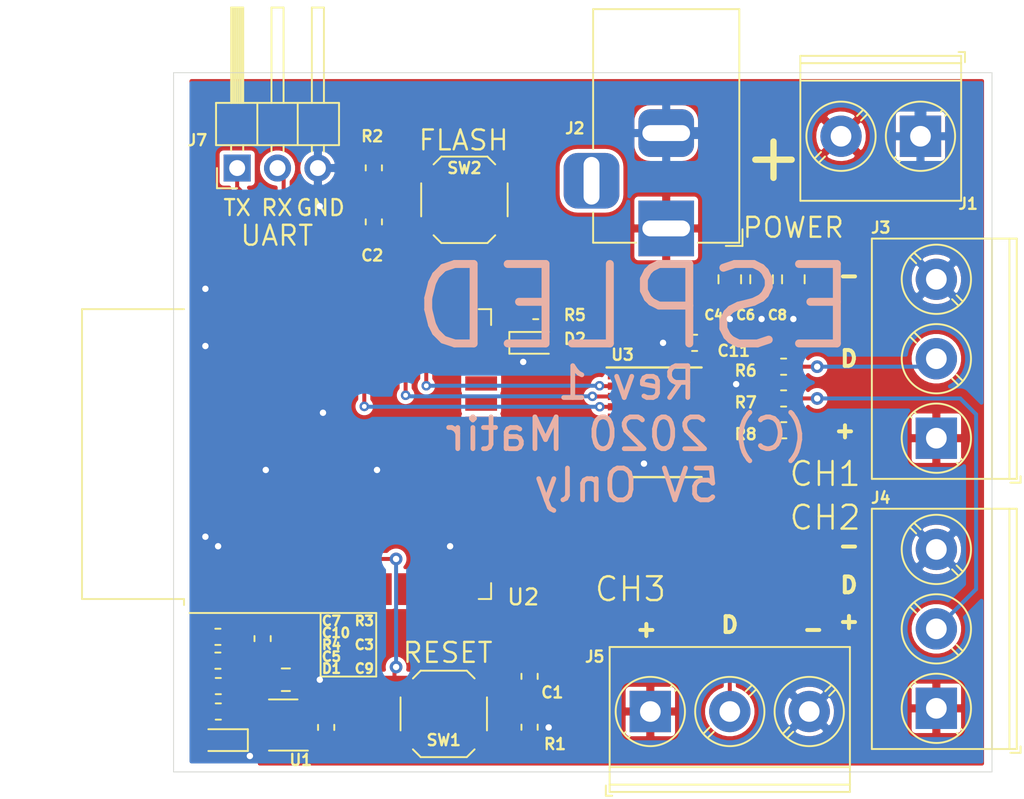
<source format=kicad_pcb>
(kicad_pcb (version 20171130) (host pcbnew 5.1.5+dfsg1-2+b1)
  (layers (0 F.Cu signal) (31 B.Cu signal) (34 B.Paste user) (35 F.Paste user) (36 B.SilkS user) (37 F.SilkS user) (38 B.Mask user) (39 F.Mask user) (44 Edge.Cuts user))
  (net 0 "")
  (net 1 /EN)
  (net 2 GND)
  (net 3 /BOOTMODE)
  (net 4 +3V3)
  (net 5 VCC)
  (net 6 "Net-(D1-Pad2)")
  (net 7 "Net-(D2-Pad2)")
  (net 8 "Net-(J2-Pad3)")
  (net 9 "Net-(J3-Pad2)")
  (net 10 "Net-(J4-Pad2)")
  (net 11 "Net-(J5-Pad2)")
  (net 12 /TXD)
  (net 13 /RXD)
  (net 14 "Net-(R1-Pad2)")
  (net 15 "Net-(R2-Pad2)")
  (net 16 "Net-(R5-Pad1)")
  (net 17 /CH1)
  (net 18 /CH2)
  (net 19 /CH3)
  (net 20 "Net-(U1-Pad4)")
  (net 21 "Net-(U2-Pad4)")
  (net 22 "Net-(U2-Pad5)")
  (net 23 "Net-(U2-Pad6)")
  (net 24 "Net-(U2-Pad7)")
  (net 25 "Net-(U2-Pad8)")
  (net 26 "Net-(U2-Pad9)")
  (net 27 "Net-(U2-Pad10)")
  (net 28 "Net-(U2-Pad11)")
  (net 29 "Net-(U2-Pad12)")
  (net 30 "Net-(U2-Pad13)")
  (net 31 "Net-(U2-Pad14)")
  (net 32 "Net-(U2-Pad16)")
  (net 33 "Net-(U2-Pad17)")
  (net 34 "Net-(U2-Pad18)")
  (net 35 "Net-(U2-Pad19)")
  (net 36 "Net-(U2-Pad20)")
  (net 37 "Net-(U2-Pad21)")
  (net 38 "Net-(U2-Pad22)")
  (net 39 "Net-(U2-Pad23)")
  (net 40 "Net-(U2-Pad26)")
  (net 41 /IO16)
  (net 42 /IO17)
  (net 43 "Net-(U2-Pad29)")
  (net 44 /IO18)
  (net 45 "Net-(U2-Pad32)")
  (net 46 "Net-(U2-Pad33)")
  (net 47 "Net-(U2-Pad36)")
  (net 48 "Net-(U2-Pad37)")
  (net 49 "Net-(U3-Pad11)")
  (net 50 "Net-(U3-Pad12)")
  (net 51 "Net-(U3-Pad13)")
  (net 52 "Net-(U3-Pad14)")
  (net 53 "Net-(U2-Pad31)")
  (net 54 "Net-(U3-Pad15)")
  (module TerminalBlock_Phoenix:TerminalBlock_Phoenix_PT-1,5-3-5.0-H_1x03_P5.00mm_Horizontal (layer F.Cu) (at 81 90.2)
    (fp_text reference J5 (at -3.5 -3.45) (layer F.SilkS) (effects (font (size 0.7 0.7))))
    (fp_text value Screw_Terminal_01x03)
    (pad 3 thru_hole circle (at 10 0) (size 2.6 2.6) (drill 1.3) (layers *.Cu *.Mask) (net 2 GND))
    (pad 2 thru_hole circle (at 5 0) (size 2.6 2.6) (drill 1.3) (layers *.Cu *.Mask) (net 11 "Net-(J5-Pad2)"))
    (pad 1 thru_hole rect (at 0 0) (size 2.6 2.6) (drill 1.3) (layers *.Cu *.Mask) (net 5 VCC))
  )
  (module Capacitor_SMD:C_0603_1608Metric (layer F.Cu) (at 73.4 87.9875 270)
    (fp_text reference C1 (at 1.0125 -1.43 180) (layer F.SilkS) (effects (font (size 0.7 0.7))))
    (fp_text value 0.1u)
    (pad 1 smd roundrect (at -0.7875 0 270) (size 0.875 0.95) (layers F.Cu F.Paste F.Mask) (net 1 /EN))
    (pad 2 smd roundrect (at 0.7875 0 270) (size 0.875 0.95) (layers F.Cu F.Paste F.Mask) (net 2 GND))
  )
  (module Capacitor_SMD:C_0603_1608Metric (layer F.Cu) (at 63.6 59.3875 90)
    (fp_text reference C2 (at -2.1125 -0.1 180) (layer F.SilkS) (effects (font (size 0.7 0.7))))
    (fp_text value 0.1u)
    (pad 2 smd roundrect (at 0.7875 0 90) (size 0.875 0.95) (layers F.Cu F.Paste F.Mask) (net 2 GND))
    (pad 1 smd roundrect (at -0.7875 0 90) (size 0.875 0.95) (layers F.Cu F.Paste F.Mask) (net 3 /BOOTMODE))
  )
  (module Capacitor_SMD:C_0805_2012Metric (layer F.Cu) (at 58.0625 88.2)
    (fp_text reference C3 (at 4.9375 -2.2) (layer F.SilkS) (effects (font (size 0.6 0.6))))
    (fp_text value 10u)
    (pad 2 smd roundrect (at 0.9375 0) (size 0.975 1.4) (layers F.Cu F.Paste F.Mask) (net 2 GND))
    (pad 1 smd roundrect (at -0.9375 0) (size 0.975 1.4) (layers F.Cu F.Paste F.Mask) (net 4 +3V3))
  )
  (module Capacitor_SMD:C_0805_2012Metric (layer F.Cu) (at 86 63 270)
    (fp_text reference C4 (at 2.25 1 180) (layer F.SilkS) (effects (font (size 0.6 0.6))))
    (fp_text value 10u)
    (pad 2 smd roundrect (at 0.9375 0 270) (size 0.975 1.4) (layers F.Cu F.Paste F.Mask) (net 2 GND))
    (pad 1 smd roundrect (at -0.9375 0 270) (size 0.975 1.4) (layers F.Cu F.Paste F.Mask) (net 5 VCC))
  )
  (module Capacitor_SMD:C_0603_1608Metric (layer F.Cu) (at 53.8125 88.6 180)
    (fp_text reference C5 (at -6.4375 1.85) (layer F.SilkS) (effects (font (size 0.6 0.6)) (justify left)))
    (fp_text value 1u)
    (pad 2 smd roundrect (at 0.7875 0 180) (size 0.875 0.95) (layers F.Cu F.Paste F.Mask) (net 2 GND))
    (pad 1 smd roundrect (at -0.7875 0 180) (size 0.875 0.95) (layers F.Cu F.Paste F.Mask) (net 4 +3V3))
  )
  (module Capacitor_SMD:C_0805_2012Metric (layer F.Cu) (at 88 63 270)
    (fp_text reference C6 (at 2.25 1 180) (layer F.SilkS) (effects (font (size 0.6 0.6))))
    (fp_text value 10u)
    (pad 1 smd roundrect (at -0.9375 0 270) (size 0.975 1.4) (layers F.Cu F.Paste F.Mask) (net 5 VCC))
    (pad 2 smd roundrect (at 0.9375 0 270) (size 0.975 1.4) (layers F.Cu F.Paste F.Mask) (net 2 GND))
  )
  (module Capacitor_SMD:C_0603_1608Metric (layer F.Cu) (at 53.7875 85.5 180)
    (fp_text reference C7 (at -6.4625 1) (layer F.SilkS) (effects (font (size 0.6 0.6)) (justify left)))
    (fp_text value 0.1u)
    (pad 1 smd roundrect (at -0.7875 0 180) (size 0.875 0.95) (layers F.Cu F.Paste F.Mask) (net 4 +3V3))
    (pad 2 smd roundrect (at 0.7875 0 180) (size 0.875 0.95) (layers F.Cu F.Paste F.Mask) (net 2 GND))
  )
  (module Capacitor_SMD:C_0805_2012Metric (layer F.Cu) (at 90 63 270)
    (fp_text reference C8 (at 2.25 1 180) (layer F.SilkS) (effects (font (size 0.6 0.6))))
    (fp_text value 10u)
    (pad 1 smd roundrect (at -0.9375 0 270) (size 0.975 1.4) (layers F.Cu F.Paste F.Mask) (net 5 VCC))
    (pad 2 smd roundrect (at 0.9375 0 270) (size 0.975 1.4) (layers F.Cu F.Paste F.Mask) (net 2 GND))
  )
  (module Capacitor_SMD:C_0603_1608Metric (layer F.Cu) (at 60.6 91.2 90)
    (fp_text reference C9 (at 3.7 2.4 180) (layer F.SilkS) (effects (font (size 0.6 0.6))))
    (fp_text value 1u)
    (pad 1 smd roundrect (at -0.7875 0 90) (size 0.875 0.95) (layers F.Cu F.Paste F.Mask) (net 5 VCC))
    (pad 2 smd roundrect (at 0.7875 0 90) (size 0.875 0.95) (layers F.Cu F.Paste F.Mask) (net 2 GND))
  )
  (module Capacitor_SMD:C_0603_1608Metric (layer F.Cu) (at 53.7875 87 180)
    (fp_text reference C10 (at -6.4625 1.75) (layer F.SilkS) (effects (font (size 0.6 0.6)) (justify left)))
    (fp_text value 1u)
    (pad 2 smd roundrect (at 0.7875 0 180) (size 0.875 0.95) (layers F.Cu F.Paste F.Mask) (net 2 GND))
    (pad 1 smd roundrect (at -0.7875 0 180) (size 0.875 0.95) (layers F.Cu F.Paste F.Mask) (net 4 +3V3))
  )
  (module Capacitor_SMD:C_0603_1608Metric (layer F.Cu) (at 83.7875 67 180)
    (fp_text reference C11 (at -2.4625 -0.5) (layer F.SilkS) (effects (font (size 0.7 0.7))))
    (fp_text value 0.1u)
    (pad 1 smd roundrect (at -0.7875 0 180) (size 0.875 0.95) (layers F.Cu F.Paste F.Mask) (net 5 VCC))
    (pad 2 smd roundrect (at 0.7875 0 180) (size 0.875 0.95) (layers F.Cu F.Paste F.Mask) (net 2 GND))
  )
  (module LED_SMD:LED_0603_1608Metric_Castellated (layer F.Cu) (at 53.9875 92 180)
    (fp_text reference D1 (at -6.2625 4.5) (layer F.SilkS) (effects (font (size 0.6 0.6)) (justify left)))
    (fp_text value LED)
    (pad 2 smd roundrect (at 0.8125 0 180) (size 1.225 0.85) (layers F.Cu F.Paste F.Mask) (net 6 "Net-(D1-Pad2)"))
    (pad 1 smd roundrect (at -0.8125 0 180) (size 1.225 0.85) (layers F.Cu F.Paste F.Mask) (net 2 GND))
  )
  (module LED_SMD:LED_0603_1608Metric_Castellated (layer F.Cu) (at 73.8125 67)
    (fp_text reference D2 (at 2.4375 -0.25) (layer F.SilkS) (effects (font (size 0.7 0.7))))
    (fp_text value LED)
    (pad 1 smd roundrect (at -0.8125 0) (size 1.225 0.85) (layers F.Cu F.Paste F.Mask) (net 2 GND))
    (pad 2 smd roundrect (at 0.8125 0) (size 1.225 0.85) (layers F.Cu F.Paste F.Mask) (net 7 "Net-(D2-Pad2)"))
  )
  (module TerminalBlock_Phoenix:TerminalBlock_Phoenix_PT-1,5-2-5.0-H_1x02_P5.00mm_Horizontal (layer F.Cu) (at 98 54 180)
    (fp_text reference J1 (at -3 -4.25) (layer F.SilkS) (effects (font (size 0.7 0.7))))
    (fp_text value Screw_Terminal_01x02)
    (pad 1 thru_hole rect (at 0 0 180) (size 2.6 2.6) (drill 1.3) (layers *.Cu *.Mask) (net 2 GND))
    (pad 2 thru_hole circle (at 5 0 180) (size 2.6 2.6) (drill 1.3) (layers *.Cu *.Mask) (net 5 VCC))
  )
  (module Connector_BarrelJack:BarrelJack_Horizontal (layer F.Cu) (at 82 59.8 270)
    (fp_text reference J2 (at -6.3 5.75 180) (layer F.SilkS) (effects (font (size 0.7 0.7))))
    (fp_text value Barrel_Jack_Switch)
    (pad 1 thru_hole rect (at 0 0 270) (size 3.5 3.5) (drill oval 1 3) (layers *.Cu *.Mask) (net 5 VCC))
    (pad 2 thru_hole roundrect (at -6 0 270) (size 3 3.5) (drill oval 1 3) (layers *.Cu *.Mask) (net 2 GND))
    (pad 3 thru_hole roundrect (at -3 4.7 270) (size 3.5 3.5) (drill oval 3 1) (layers *.Cu *.Mask) (net 8 "Net-(J2-Pad3)"))
  )
  (module TerminalBlock_Phoenix:TerminalBlock_Phoenix_PT-1,5-3-5.0-H_1x03_P5.00mm_Horizontal (layer F.Cu) (at 99 73 90)
    (fp_text reference J3 (at 13.25 -3.5 180) (layer F.SilkS) (effects (font (size 0.7 0.7))))
    (fp_text value Screw_Terminal_01x03)
    (pad 3 thru_hole circle (at 10 0 90) (size 2.6 2.6) (drill 1.3) (layers *.Cu *.Mask) (net 2 GND))
    (pad 2 thru_hole circle (at 5 0 90) (size 2.6 2.6) (drill 1.3) (layers *.Cu *.Mask) (net 9 "Net-(J3-Pad2)"))
    (pad 1 thru_hole rect (at 0 0 90) (size 2.6 2.6) (drill 1.3) (layers *.Cu *.Mask) (net 5 VCC))
  )
  (module TerminalBlock_Phoenix:TerminalBlock_Phoenix_PT-1,5-3-5.0-H_1x03_P5.00mm_Horizontal (layer F.Cu) (at 99 90 90)
    (fp_text reference J4 (at 13.25 -3.5 180) (layer F.SilkS) (effects (font (size 0.7 0.7))))
    (fp_text value Screw_Terminal_01x03)
    (pad 1 thru_hole rect (at 0 0 90) (size 2.6 2.6) (drill 1.3) (layers *.Cu *.Mask) (net 5 VCC))
    (pad 2 thru_hole circle (at 5 0 90) (size 2.6 2.6) (drill 1.3) (layers *.Cu *.Mask) (net 10 "Net-(J4-Pad2)"))
    (pad 3 thru_hole circle (at 10 0 90) (size 2.6 2.6) (drill 1.3) (layers *.Cu *.Mask) (net 2 GND))
  )
  (module Connector_PinHeader_2.54mm:PinHeader_1x03_P2.54mm_Horizontal (layer F.Cu) (at 55 56 90)
    (fp_text reference J7 (at 1.75 -2.5 180) (layer F.SilkS) (effects (font (size 0.7 0.7))))
    (fp_text value Conn_01x03)
    (pad 1 thru_hole rect (at 0 0 90) (size 1.7 1.7) (drill 1) (layers *.Cu *.Mask) (net 12 /TXD))
    (pad 2 thru_hole oval (at 0 2.54 90) (size 1.7 1.7) (drill 1) (layers *.Cu *.Mask) (net 13 /RXD))
    (pad 3 thru_hole oval (at 0 5.08 90) (size 1.7 1.7) (drill 1) (layers *.Cu *.Mask) (net 2 GND))
  )
  (module Resistor_SMD:R_0603_1608Metric (layer F.Cu) (at 73.4 91.1875 270)
    (fp_text reference R1 (at 1.0625 -1.6 180) (layer F.SilkS) (effects (font (size 0.7 0.7))))
    (fp_text value 1k)
    (pad 2 smd roundrect (at 0.7875 0 270) (size 0.875 0.95) (layers F.Cu F.Paste F.Mask) (net 14 "Net-(R1-Pad2)"))
    (pad 1 smd roundrect (at -0.7875 0 270) (size 0.875 0.95) (layers F.Cu F.Paste F.Mask) (net 2 GND))
  )
  (module Resistor_SMD:R_0603_1608Metric (layer F.Cu) (at 63.6 55.9875 90)
    (fp_text reference R2 (at 1.9875 -0.1 180) (layer F.SilkS) (effects (font (size 0.7 0.7))))
    (fp_text value 1k)
    (pad 1 smd roundrect (at -0.7875 0 90) (size 0.875 0.95) (layers F.Cu F.Paste F.Mask) (net 2 GND))
    (pad 2 smd roundrect (at 0.7875 0 90) (size 0.875 0.95) (layers F.Cu F.Paste F.Mask) (net 15 "Net-(R2-Pad2)"))
  )
  (module Resistor_SMD:R_0603_1608Metric (layer F.Cu) (at 56.6 85.6125 270)
    (fp_text reference R3 (at -1.1125 -6.4 180) (layer F.SilkS) (effects (font (size 0.6 0.6))))
    (fp_text value 10k)
    (pad 1 smd roundrect (at -0.7875 0 270) (size 0.875 0.95) (layers F.Cu F.Paste F.Mask) (net 1 /EN))
    (pad 2 smd roundrect (at 0.7875 0 270) (size 0.875 0.95) (layers F.Cu F.Paste F.Mask) (net 4 +3V3))
  )
  (module Resistor_SMD:R_0603_1608Metric (layer F.Cu) (at 53.8125 90.2)
    (fp_text reference R4 (at 6.4375 -4.2) (layer F.SilkS) (effects (font (size 0.6 0.6)) (justify left)))
    (fp_text value 1k)
    (pad 2 smd roundrect (at 0.7875 0) (size 0.875 0.95) (layers F.Cu F.Paste F.Mask) (net 4 +3V3))
    (pad 1 smd roundrect (at -0.7875 0) (size 0.875 0.95) (layers F.Cu F.Paste F.Mask) (net 6 "Net-(D1-Pad2)"))
  )
  (module Resistor_SMD:R_0603_1608Metric (layer F.Cu) (at 73.7875 65)
    (fp_text reference R5 (at 2.4625 0.25) (layer F.SilkS) (effects (font (size 0.7 0.7))))
    (fp_text value 1k)
    (pad 1 smd roundrect (at -0.7875 0) (size 0.875 0.95) (layers F.Cu F.Paste F.Mask) (net 16 "Net-(R5-Pad1)"))
    (pad 2 smd roundrect (at 0.7875 0) (size 0.875 0.95) (layers F.Cu F.Paste F.Mask) (net 7 "Net-(D2-Pad2)"))
  )
  (module Resistor_SMD:R_0603_1608Metric (layer F.Cu) (at 89.3875 68.5 180)
    (fp_text reference R6 (at 2.3875 -0.25) (layer F.SilkS) (effects (font (size 0.7 0.7))))
    (fp_text value 330)
    (pad 1 smd roundrect (at -0.7875 0 180) (size 0.875 0.95) (layers F.Cu F.Paste F.Mask) (net 9 "Net-(J3-Pad2)"))
    (pad 2 smd roundrect (at 0.7875 0 180) (size 0.875 0.95) (layers F.Cu F.Paste F.Mask) (net 17 /CH1))
  )
  (module Resistor_SMD:R_0603_1608Metric (layer F.Cu) (at 89.3875 70.5 180)
    (fp_text reference R7 (at 2.3875 -0.25) (layer F.SilkS) (effects (font (size 0.7 0.7))))
    (fp_text value 330)
    (pad 2 smd roundrect (at 0.7875 0 180) (size 0.875 0.95) (layers F.Cu F.Paste F.Mask) (net 18 /CH2))
    (pad 1 smd roundrect (at -0.7875 0 180) (size 0.875 0.95) (layers F.Cu F.Paste F.Mask) (net 10 "Net-(J4-Pad2)"))
  )
  (module Resistor_SMD:R_0603_1608Metric (layer F.Cu) (at 89.4 72.5 180)
    (fp_text reference R8 (at 2.4 -0.25) (layer F.SilkS) (effects (font (size 0.7 0.7))))
    (fp_text value 330)
    (pad 1 smd roundrect (at -0.7875 0 180) (size 0.875 0.95) (layers F.Cu F.Paste F.Mask) (net 11 "Net-(J5-Pad2)"))
    (pad 2 smd roundrect (at 0.7875 0 180) (size 0.875 0.95) (layers F.Cu F.Paste F.Mask) (net 19 /CH3))
  )
  (module Button_Switch_SMD:SW_SPST_SKQG_WithStem (layer F.Cu) (at 68 90.35 180)
    (fp_text reference SW1 (at 0 -1.65) (layer F.SilkS) (effects (font (size 0.7 0.7))))
    (fp_text value SW_Push)
    (pad 2 smd rect (at 3.1 1.85 180) (size 1.8 1.1) (layers F.Cu F.Paste F.Mask) (net 1 /EN))
    (pad 2 smd rect (at -3.1 1.85 180) (size 1.8 1.1) (layers F.Cu F.Paste F.Mask) (net 1 /EN))
    (pad 1 smd rect (at 3.1 -1.85 180) (size 1.8 1.1) (layers F.Cu F.Paste F.Mask) (net 14 "Net-(R1-Pad2)"))
    (pad 1 smd rect (at -3.1 -1.85 180) (size 1.8 1.1) (layers F.Cu F.Paste F.Mask) (net 14 "Net-(R1-Pad2)"))
  )
  (module Button_Switch_SMD:SW_SPST_SKQG_WithStem (layer F.Cu) (at 69.3 58)
    (fp_text reference SW2 (at 0 -2) (layer F.SilkS) (effects (font (size 0.7 0.7))))
    (fp_text value SW_Push)
    (pad 1 smd rect (at -3.1 -1.85) (size 1.8 1.1) (layers F.Cu F.Paste F.Mask) (net 15 "Net-(R2-Pad2)"))
    (pad 1 smd rect (at 3.1 -1.85) (size 1.8 1.1) (layers F.Cu F.Paste F.Mask) (net 15 "Net-(R2-Pad2)"))
    (pad 2 smd rect (at -3.1 1.85) (size 1.8 1.1) (layers F.Cu F.Paste F.Mask) (net 3 /BOOTMODE))
    (pad 2 smd rect (at 3.1 1.85) (size 1.8 1.1) (layers F.Cu F.Paste F.Mask) (net 3 /BOOTMODE))
  )
  (module Package_TO_SOT_SMD:SOT-23-5 (layer F.Cu) (at 57.9 91.05 180)
    (fp_text reference U1 (at -1.1 -2.2) (layer F.SilkS) (effects (font (size 0.7 0.7))))
    (fp_text value AP2112K-3.3)
    (pad 1 smd rect (at -1.1 -0.95 180) (size 1.06 0.65) (layers F.Cu F.Paste F.Mask) (net 5 VCC))
    (pad 2 smd rect (at -1.1 0 180) (size 1.06 0.65) (layers F.Cu F.Paste F.Mask) (net 2 GND))
    (pad 3 smd rect (at -1.1 0.95 180) (size 1.06 0.65) (layers F.Cu F.Paste F.Mask) (net 5 VCC))
    (pad 4 smd rect (at 1.1 0.95 180) (size 1.06 0.65) (layers F.Cu F.Paste F.Mask) (net 20 "Net-(U1-Pad4)"))
    (pad 5 smd rect (at 1.1 -0.95 180) (size 1.06 0.65) (layers F.Cu F.Paste F.Mask) (net 4 +3V3))
  )
  (module RF_Module:ESP32-WROOM-32 (layer F.Cu) (at 61.1 74 90)
    (fp_text reference U2 (at -9 11.9) (layer F.SilkS))
    (fp_text value ESP32-WROOM-32)
    (pad 39 smd rect (at -1 -0.755 90) (size 5 5) (layers F.Cu F.Paste F.Mask) (net 2 GND))
    (pad 1 smd rect (at -8.5 -8.255 90) (size 2 0.9) (layers F.Cu F.Paste F.Mask) (net 2 GND))
    (pad 2 smd rect (at -8.5 -6.985 90) (size 2 0.9) (layers F.Cu F.Paste F.Mask) (net 4 +3V3))
    (pad 3 smd rect (at -8.5 -5.715 90) (size 2 0.9) (layers F.Cu F.Paste F.Mask) (net 1 /EN))
    (pad 4 smd rect (at -8.5 -4.445 90) (size 2 0.9) (layers F.Cu F.Paste F.Mask) (net 21 "Net-(U2-Pad4)"))
    (pad 5 smd rect (at -8.5 -3.175 90) (size 2 0.9) (layers F.Cu F.Paste F.Mask) (net 22 "Net-(U2-Pad5)"))
    (pad 6 smd rect (at -8.5 -1.905 90) (size 2 0.9) (layers F.Cu F.Paste F.Mask) (net 23 "Net-(U2-Pad6)"))
    (pad 7 smd rect (at -8.5 -0.635 90) (size 2 0.9) (layers F.Cu F.Paste F.Mask) (net 24 "Net-(U2-Pad7)"))
    (pad 8 smd rect (at -8.5 0.635 90) (size 2 0.9) (layers F.Cu F.Paste F.Mask) (net 25 "Net-(U2-Pad8)"))
    (pad 9 smd rect (at -8.5 1.905 90) (size 2 0.9) (layers F.Cu F.Paste F.Mask) (net 26 "Net-(U2-Pad9)"))
    (pad 10 smd rect (at -8.5 3.175 90) (size 2 0.9) (layers F.Cu F.Paste F.Mask) (net 27 "Net-(U2-Pad10)"))
    (pad 11 smd rect (at -8.5 4.445 90) (size 2 0.9) (layers F.Cu F.Paste F.Mask) (net 28 "Net-(U2-Pad11)"))
    (pad 12 smd rect (at -8.5 5.715 90) (size 2 0.9) (layers F.Cu F.Paste F.Mask) (net 29 "Net-(U2-Pad12)"))
    (pad 13 smd rect (at -8.5 6.985 90) (size 2 0.9) (layers F.Cu F.Paste F.Mask) (net 30 "Net-(U2-Pad13)"))
    (pad 14 smd rect (at -8.5 8.255 90) (size 2 0.9) (layers F.Cu F.Paste F.Mask) (net 31 "Net-(U2-Pad14)"))
    (pad 15 smd rect (at -5.715 9.255 180) (size 2 0.9) (layers F.Cu F.Paste F.Mask) (net 2 GND))
    (pad 16 smd rect (at -4.445 9.255 180) (size 2 0.9) (layers F.Cu F.Paste F.Mask) (net 32 "Net-(U2-Pad16)"))
    (pad 17 smd rect (at -3.175 9.255 180) (size 2 0.9) (layers F.Cu F.Paste F.Mask) (net 33 "Net-(U2-Pad17)"))
    (pad 18 smd rect (at -1.905 9.255 180) (size 2 0.9) (layers F.Cu F.Paste F.Mask) (net 34 "Net-(U2-Pad18)"))
    (pad 19 smd rect (at -0.635 9.255 180) (size 2 0.9) (layers F.Cu F.Paste F.Mask) (net 35 "Net-(U2-Pad19)"))
    (pad 20 smd rect (at 0.635 9.255 180) (size 2 0.9) (layers F.Cu F.Paste F.Mask) (net 36 "Net-(U2-Pad20)"))
    (pad 21 smd rect (at 1.905 9.255 180) (size 2 0.9) (layers F.Cu F.Paste F.Mask) (net 37 "Net-(U2-Pad21)"))
    (pad 22 smd rect (at 3.175 9.255 180) (size 2 0.9) (layers F.Cu F.Paste F.Mask) (net 38 "Net-(U2-Pad22)"))
    (pad 23 smd rect (at 4.445 9.255 180) (size 2 0.9) (layers F.Cu F.Paste F.Mask) (net 39 "Net-(U2-Pad23)"))
    (pad 24 smd rect (at 5.715 9.255 180) (size 2 0.9) (layers F.Cu F.Paste F.Mask) (net 16 "Net-(R5-Pad1)"))
    (pad 25 smd rect (at 8.5 8.255 90) (size 2 0.9) (layers F.Cu F.Paste F.Mask) (net 3 /BOOTMODE))
    (pad 26 smd rect (at 8.5 6.985 90) (size 2 0.9) (layers F.Cu F.Paste F.Mask) (net 40 "Net-(U2-Pad26)"))
    (pad 27 smd rect (at 8.5 5.715 90) (size 2 0.9) (layers F.Cu F.Paste F.Mask) (net 41 /IO16))
    (pad 28 smd rect (at 8.5 4.445 90) (size 2 0.9) (layers F.Cu F.Paste F.Mask) (net 42 /IO17))
    (pad 29 smd rect (at 8.5 3.175 90) (size 2 0.9) (layers F.Cu F.Paste F.Mask) (net 43 "Net-(U2-Pad29)"))
    (pad 30 smd rect (at 8.5 1.905 90) (size 2 0.9) (layers F.Cu F.Paste F.Mask) (net 44 /IO18))
    (pad 31 smd rect (at 8.5 0.635 90) (size 2 0.9) (layers F.Cu F.Paste F.Mask) (net 53 "Net-(U2-Pad31)"))
    (pad 32 smd rect (at 8.5 -0.635 90) (size 2 0.9) (layers F.Cu F.Paste F.Mask) (net 45 "Net-(U2-Pad32)"))
    (pad 33 smd rect (at 8.5 -1.905 90) (size 2 0.9) (layers F.Cu F.Paste F.Mask) (net 46 "Net-(U2-Pad33)"))
    (pad 34 smd rect (at 8.5 -3.175 90) (size 2 0.9) (layers F.Cu F.Paste F.Mask) (net 13 /RXD))
    (pad 35 smd rect (at 8.5 -4.445 90) (size 2 0.9) (layers F.Cu F.Paste F.Mask) (net 12 /TXD))
    (pad 36 smd rect (at 8.5 -5.715 90) (size 2 0.9) (layers F.Cu F.Paste F.Mask) (net 47 "Net-(U2-Pad36)"))
    (pad 37 smd rect (at 8.5 -6.985 90) (size 2 0.9) (layers F.Cu F.Paste F.Mask) (net 48 "Net-(U2-Pad37)"))
    (pad 38 smd rect (at 8.5 -8.255 90) (size 2 0.9) (layers F.Cu F.Paste F.Mask) (net 2 GND))
  )
  (module Package_SO:TSSOP-20_4.4x6.5mm_P0.65mm (layer F.Cu) (at 82 72)
    (fp_text reference U3 (at -2.75 -4.25) (layer F.SilkS) (effects (font (size 0.7 0.7))))
    (fp_text value 74HCT245)
    (pad 1 smd rect (at -2.95 -2.925) (size 1.45 0.45) (layers F.Cu F.Paste F.Mask) (net 5 VCC))
    (pad 2 smd rect (at -2.95 -2.275) (size 1.45 0.45) (layers F.Cu F.Paste F.Mask) (net 41 /IO16))
    (pad 3 smd rect (at -2.95 -1.625) (size 1.45 0.45) (layers F.Cu F.Paste F.Mask) (net 42 /IO17))
    (pad 4 smd rect (at -2.95 -0.975) (size 1.45 0.45) (layers F.Cu F.Paste F.Mask) (net 44 /IO18))
    (pad 5 smd rect (at -2.95 -0.325) (size 1.45 0.45) (layers F.Cu F.Paste F.Mask) (net 2 GND))
    (pad 6 smd rect (at -2.95 0.325) (size 1.45 0.45) (layers F.Cu F.Paste F.Mask) (net 2 GND))
    (pad 7 smd rect (at -2.95 0.975) (size 1.45 0.45) (layers F.Cu F.Paste F.Mask) (net 2 GND))
    (pad 8 smd rect (at -2.95 1.625) (size 1.45 0.45) (layers F.Cu F.Paste F.Mask) (net 2 GND))
    (pad 9 smd rect (at -2.95 2.275) (size 1.45 0.45) (layers F.Cu F.Paste F.Mask) (net 2 GND))
    (pad 10 smd rect (at -2.95 2.925) (size 1.45 0.45) (layers F.Cu F.Paste F.Mask) (net 2 GND))
    (pad 11 smd rect (at 2.95 2.925) (size 1.45 0.45) (layers F.Cu F.Paste F.Mask) (net 49 "Net-(U3-Pad11)"))
    (pad 12 smd rect (at 2.95 2.275) (size 1.45 0.45) (layers F.Cu F.Paste F.Mask) (net 50 "Net-(U3-Pad12)"))
    (pad 13 smd rect (at 2.95 1.625) (size 1.45 0.45) (layers F.Cu F.Paste F.Mask) (net 51 "Net-(U3-Pad13)"))
    (pad 14 smd rect (at 2.95 0.975) (size 1.45 0.45) (layers F.Cu F.Paste F.Mask) (net 52 "Net-(U3-Pad14)"))
    (pad 15 smd rect (at 2.95 0.325) (size 1.45 0.45) (layers F.Cu F.Paste F.Mask) (net 54 "Net-(U3-Pad15)"))
    (pad 16 smd rect (at 2.95 -0.325) (size 1.45 0.45) (layers F.Cu F.Paste F.Mask) (net 19 /CH3))
    (pad 17 smd rect (at 2.95 -0.975) (size 1.45 0.45) (layers F.Cu F.Paste F.Mask) (net 18 /CH2))
    (pad 18 smd rect (at 2.95 -1.625) (size 1.45 0.45) (layers F.Cu F.Paste F.Mask) (net 17 /CH1))
    (pad 19 smd rect (at 2.95 -2.275) (size 1.45 0.45) (layers F.Cu F.Paste F.Mask) (net 2 GND))
    (pad 20 smd rect (at 2.95 -2.925) (size 1.45 0.45) (layers F.Cu F.Paste F.Mask) (net 5 VCC))
  )
  (gr_text "Rev 1\n(C) 2020 Matir\n5V Only" (at 79.5 72.75) (layer B.SilkS) (effects (font (size 2 2) (thickness 0.3)) (justify mirror)))
  (gr_text ESPLED (at 80 64.75) (layer B.SilkS) (effects (font (size 5 5) (thickness 0.5)) (justify mirror)))
  (gr_text RESET (at 68.25 86.5) (layer F.SilkS) (effects (font (size 1.25 1.25))))
  (gr_text D (at 86 84.75) (layer F.SilkS) (effects (font (size 1 1) (thickness 0.25))))
  (gr_text D (at 93.5 82.25) (layer F.SilkS) (effects (font (size 1 1) (thickness 0.25))))
  (gr_text D (at 93.5 68) (layer F.SilkS) (effects (font (size 1 1) (thickness 0.25))))
  (gr_text - (at 93.5 62.75) (layer F.SilkS) (effects (font (size 1 1) (thickness 0.25))))
  (gr_text - (at 93.5 79.75) (layer F.SilkS) (effects (font (size 1 1) (thickness 0.25))))
  (gr_text - (at 91.25 85) (layer F.SilkS) (effects (font (size 1 1) (thickness 0.25))))
  (gr_text + (at 80.75 85) (layer F.SilkS) (effects (font (size 1 1) (thickness 0.25))))
  (gr_text + (at 93.5 84.5) (layer F.SilkS) (effects (font (size 1 1) (thickness 0.25))))
  (gr_text + (at 93.25 72.5) (layer F.SilkS) (effects (font (size 1 1) (thickness 0.25))))
  (gr_text CH3 (at 79.75 82.5) (layer F.SilkS) (effects (font (size 1.5 1.5))))
  (gr_text CH2 (at 92 78) (layer F.SilkS) (effects (font (size 1.5 1.5))))
  (gr_text CH1 (at 92 75.25) (layer F.SilkS) (effects (font (size 1.5 1.5))))
  (gr_text POWER (at 90 59.75) (layer F.SilkS) (effects (font (size 1.25 1.25))))
  (gr_text + (at 88.75 55.25) (layer F.SilkS) (effects (font (size 3 3) (thickness 0.4))))
  (gr_text GND (at 60.25 58.5) (layer F.SilkS) (effects (font (size 1 1))))
  (gr_text RX (at 57.5 58.5) (layer F.SilkS) (effects (font (size 1 1))))
  (gr_text TX (at 55 58.5) (layer F.SilkS) (effects (font (size 1 1))))
  (gr_text UART (at 57.5 60.25) (layer F.SilkS) (effects (font (size 1.25 1.25))))
  (gr_text FLASH (at 69.25 54.25) (layer F.SilkS) (effects (font (size 1.25 1.25))))
  (gr_line (start 60.25 84) (end 52 84) (layer F.SilkS) (width 0.12))
  (gr_line (start 60.25 84) (end 60.25 88) (layer F.SilkS) (width 0.12))
  (gr_line (start 63.75 84) (end 60.25 84) (layer F.SilkS) (width 0.12))
  (gr_line (start 63.75 88) (end 63.75 84) (layer F.SilkS) (width 0.12))
  (gr_line (start 60.25 88) (end 63.75 88) (layer F.SilkS) (width 0.12))
  (gr_line (start 51 94) (end 51 50) (layer Edge.Cuts) (width 0.05))
  (gr_line (start 102.5 94) (end 51 94) (layer Edge.Cuts) (width 0.05))
  (gr_line (start 102.5 50) (end 102.5 94) (layer Edge.Cuts) (width 0.05))
  (gr_line (start 51 50) (end 102.5 50) (layer Edge.Cuts) (width 0.05))
  (segment (start 55.385 84.385) (end 55.385 82.5) (width 0.25) (layer F.Cu) (net 1))
  (segment (start 56 84.7) (end 55.7 84.7) (width 0.25) (layer F.Cu) (net 1))
  (segment (start 56.125 84.825) (end 56 84.7) (width 0.25) (layer F.Cu) (net 1))
  (segment (start 55.7 84.7) (end 55.385 84.385) (width 0.25) (layer F.Cu) (net 1))
  (segment (start 56.6 84.825) (end 56.125 84.825) (width 0.25) (layer F.Cu) (net 1))
  (segment (start 71.6 87.2) (end 72.925 87.2) (width 0.25) (layer F.Cu) (net 1))
  (segment (start 72.925 87.2) (end 73.4 87.2) (width 0.25) (layer F.Cu) (net 1))
  (segment (start 71.1 87.7) (end 71.6 87.2) (width 0.25) (layer F.Cu) (net 1))
  (segment (start 71.1 88.5) (end 71.1 87.7) (width 0.25) (layer F.Cu) (net 1))
  (segment (start 71.1 88.5) (end 64.9 88.5) (width 0.25) (layer F.Cu) (net 1))
  (via (at 65 87.4) (size 0.8) (drill 0.4) (layers F.Cu B.Cu) (net 1))
  (segment (start 64.9 87.5) (end 65 87.4) (width 0.25) (layer F.Cu) (net 1))
  (segment (start 64.9 88.5) (end 64.9 87.5) (width 0.25) (layer F.Cu) (net 1))
  (via (at 65 80.6) (size 0.8) (drill 0.4) (layers F.Cu B.Cu) (net 1))
  (segment (start 65 87.4) (end 65 80.6) (width 0.25) (layer B.Cu) (net 1))
  (segment (start 55.385 81.25) (end 55.385 82.5) (width 0.25) (layer F.Cu) (net 1))
  (segment (start 56.035 80.6) (end 55.385 81.25) (width 0.25) (layer F.Cu) (net 1))
  (segment (start 65 80.6) (end 56.035 80.6) (width 0.25) (layer F.Cu) (net 1))
  (segment (start 52.845 85.345) (end 53 85.5) (width 0.75) (layer F.Cu) (net 2))
  (segment (start 52.845 82.5) (end 52.845 85.345) (width 0.75) (layer F.Cu) (net 2))
  (segment (start 53 85.5) (end 53 87) (width 0.75) (layer F.Cu) (net 2))
  (segment (start 53 88.575) (end 53.025 88.6) (width 0.75) (layer F.Cu) (net 2))
  (segment (start 53 87) (end 53 88.575) (width 0.75) (layer F.Cu) (net 2))
  (segment (start 59.9625 91.05) (end 60.6 90.4125) (width 0.5) (layer F.Cu) (net 2))
  (segment (start 59 91.05) (end 59.9625 91.05) (width 0.5) (layer F.Cu) (net 2))
  (segment (start 60.6 89.8) (end 60.6 90.4125) (width 0.5) (layer F.Cu) (net 2))
  (segment (start 59 88.2) (end 60.6 89.8) (width 0.5) (layer F.Cu) (net 2))
  (segment (start 73.4 90.4) (end 73.4 88.775) (width 0.25) (layer F.Cu) (net 2))
  (via (at 60.2 58.4) (size 0.8) (drill 0.4) (layers F.Cu B.Cu) (net 2))
  (segment (start 60.08 58.28) (end 60.2 58.4) (width 0.5) (layer F.Cu) (net 2))
  (segment (start 60.08 56) (end 60.08 58.28) (width 0.5) (layer F.Cu) (net 2))
  (segment (start 60.4 58.6) (end 60.2 58.4) (width 0.5) (layer F.Cu) (net 2))
  (segment (start 63.6 58.6) (end 60.4 58.6) (width 0.5) (layer F.Cu) (net 2))
  (segment (start 63.6 56.775) (end 63.6 58.6) (width 0.5) (layer F.Cu) (net 2))
  (via (at 81.8 67) (size 0.8) (drill 0.4) (layers F.Cu B.Cu) (net 2))
  (segment (start 83 67) (end 81.8 67) (width 0.5) (layer F.Cu) (net 2))
  (via (at 86.4 69.6) (size 0.8) (drill 0.4) (layers F.Cu B.Cu) (net 2))
  (segment (start 86.275 69.725) (end 86.4 69.6) (width 0.25) (layer F.Cu) (net 2))
  (segment (start 84.95 69.725) (end 86.275 69.725) (width 0.25) (layer F.Cu) (net 2))
  (segment (start 79.05 72.325) (end 79.05 72.975) (width 0.25) (layer F.Cu) (net 2))
  (segment (start 79.05 72.975) (end 79.05 73.625) (width 0.25) (layer F.Cu) (net 2))
  (segment (start 79.05 73.625) (end 79.05 74.275) (width 0.25) (layer F.Cu) (net 2))
  (segment (start 79.05 74.275) (end 79.05 74.925) (width 0.25) (layer F.Cu) (net 2))
  (via (at 80.6 74.6) (size 0.8) (drill 0.4) (layers F.Cu B.Cu) (net 2))
  (segment (start 80.275 74.925) (end 80.6 74.6) (width 0.25) (layer F.Cu) (net 2))
  (segment (start 79.05 74.925) (end 80.275 74.925) (width 0.25) (layer F.Cu) (net 2))
  (via (at 68.4 79.8) (size 0.8) (drill 0.4) (layers F.Cu B.Cu) (net 2))
  (segment (start 68.485 79.715) (end 68.4 79.8) (width 0.25) (layer F.Cu) (net 2))
  (segment (start 70.355 79.715) (end 68.485 79.715) (width 0.25) (layer F.Cu) (net 2))
  (via (at 63.8 75) (size 0.8) (drill 0.4) (layers F.Cu B.Cu) (net 2))
  (segment (start 60.345 75) (end 63.8 75) (width 2) (layer F.Cu) (net 2))
  (via (at 60.4 71.4) (size 0.8) (drill 0.4) (layers F.Cu B.Cu) (net 2))
  (segment (start 60.345 71.455) (end 60.4 71.4) (width 2) (layer F.Cu) (net 2))
  (segment (start 60.345 75) (end 60.345 71.455) (width 2) (layer F.Cu) (net 2))
  (via (at 56.8 75) (size 0.8) (drill 0.4) (layers F.Cu B.Cu) (net 2))
  (segment (start 60.345 75) (end 56.8 75) (width 2) (layer F.Cu) (net 2))
  (via (at 53 63.6) (size 0.8) (drill 0.4) (layers F.Cu B.Cu) (net 2))
  (segment (start 52.845 63.755) (end 53 63.6) (width 0.75) (layer F.Cu) (net 2))
  (segment (start 52.845 65.5) (end 52.845 63.755) (width 0.75) (layer F.Cu) (net 2))
  (via (at 53 67.2) (size 0.8) (drill 0.4) (layers F.Cu B.Cu) (net 2))
  (segment (start 52.845 67.045) (end 53 67.2) (width 0.75) (layer F.Cu) (net 2))
  (segment (start 52.845 65.5) (end 52.845 67.045) (width 0.75) (layer F.Cu) (net 2))
  (via (at 73 68.2) (size 0.8) (drill 0.4) (layers F.Cu B.Cu) (net 2))
  (segment (start 73 67) (end 73 68.2) (width 0.25) (layer F.Cu) (net 2))
  (via (at 53.8 79.8) (size 0.8) (drill 0.4) (layers F.Cu B.Cu) (net 2))
  (segment (start 52.845 80.755) (end 53.8 79.8) (width 0.75) (layer F.Cu) (net 2))
  (segment (start 52.845 82.5) (end 52.845 80.755) (width 0.75) (layer F.Cu) (net 2))
  (via (at 53 79.2) (size 0.8) (drill 0.4) (layers F.Cu B.Cu) (net 2))
  (segment (start 52.845 79.355) (end 53 79.2) (width 0.75) (layer F.Cu) (net 2))
  (segment (start 52.845 80.755) (end 52.845 79.355) (width 0.75) (layer F.Cu) (net 2))
  (segment (start 53.6 79.8) (end 53 79.2) (width 0.75) (layer F.Cu) (net 2))
  (segment (start 53.8 79.8) (end 53.6 79.8) (width 0.75) (layer F.Cu) (net 2))
  (via (at 55.8 93) (size 0.8) (drill 0.4) (layers F.Cu B.Cu) (net 2))
  (segment (start 54.8 92) (end 55.8 93) (width 0.25) (layer F.Cu) (net 2))
  (via (at 60.2 88.2) (size 0.8) (drill 0.4) (layers F.Cu B.Cu) (net 2))
  (segment (start 59 88.2) (end 60.2 88.2) (width 0.75) (layer F.Cu) (net 2))
  (via (at 74.6 91.2) (size 0.8) (drill 0.4) (layers F.Cu B.Cu) (net 2))
  (segment (start 73.8 90.4) (end 74.6 91.2) (width 0.5) (layer F.Cu) (net 2))
  (segment (start 73.4 90.4) (end 73.8 90.4) (width 0.5) (layer F.Cu) (net 2))
  (segment (start 79.05 71.675) (end 79.05 72.325) (width 0.25) (layer F.Cu) (net 2))
  (segment (start 86 63.9375) (end 88 63.9375) (width 0.75) (layer F.Cu) (net 2))
  (segment (start 88 63.9375) (end 90 63.9375) (width 0.75) (layer F.Cu) (net 2))
  (via (at 90 65.5) (size 0.8) (drill 0.4) (layers F.Cu B.Cu) (net 2))
  (segment (start 90 63.9375) (end 90 65.5) (width 0.75) (layer F.Cu) (net 2))
  (via (at 88 65.5) (size 0.8) (drill 0.4) (layers F.Cu B.Cu) (net 2))
  (segment (start 88 63.9375) (end 88 65.5) (width 0.75) (layer F.Cu) (net 2))
  (via (at 86 65.5) (size 0.8) (drill 0.4) (layers F.Cu B.Cu) (net 2))
  (segment (start 86 63.9375) (end 86 65.5) (width 0.75) (layer F.Cu) (net 2))
  (segment (start 82 53.8) (end 87.7 53.8) (width 0.75) (layer B.Cu) (net 2))
  (segment (start 87.7 53.8) (end 90 51.5) (width 0.75) (layer B.Cu) (net 2))
  (segment (start 98 51.95) (end 98 54) (width 0.75) (layer B.Cu) (net 2))
  (segment (start 97.55 51.5) (end 98 51.95) (width 0.75) (layer B.Cu) (net 2))
  (segment (start 90 51.5) (end 97.55 51.5) (width 0.75) (layer B.Cu) (net 2))
  (segment (start 63.925 59.85) (end 63.6 60.175) (width 0.25) (layer F.Cu) (net 3))
  (segment (start 66.2 59.85) (end 63.925 59.85) (width 0.25) (layer F.Cu) (net 3))
  (segment (start 69.355 59.945) (end 69.4 59.9) (width 0.25) (layer F.Cu) (net 3))
  (segment (start 69.4 59.9) (end 66.2 59.85) (width 0.25) (layer F.Cu) (net 3))
  (segment (start 69.355 65.5) (end 69.355 59.945) (width 0.25) (layer F.Cu) (net 3))
  (segment (start 72.4 59.85) (end 69.4 59.9) (width 0.25) (layer F.Cu) (net 3))
  (segment (start 55 88.2) (end 54.6 88.6) (width 1) (layer F.Cu) (net 4))
  (segment (start 57.125 88.2) (end 55 88.2) (width 1) (layer F.Cu) (net 4))
  (segment (start 55 90.2) (end 54.6 90.2) (width 1) (layer F.Cu) (net 4))
  (segment (start 56.8 92) (end 55 90.2) (width 1) (layer F.Cu) (net 4))
  (segment (start 54.6 90.2) (end 54.6 88.6) (width 1) (layer F.Cu) (net 4))
  (segment (start 54.6 87.025) (end 54.575 87) (width 1) (layer F.Cu) (net 4))
  (segment (start 54.6 88.6) (end 54.6 87.025) (width 1) (layer F.Cu) (net 4))
  (segment (start 54.575 87) (end 54.575 85.5) (width 1) (layer F.Cu) (net 4))
  (segment (start 54.115 82.5) (end 54.115 83.915) (width 0.75) (layer F.Cu) (net 4))
  (segment (start 54.575 84.375) (end 54.575 85.5) (width 0.75) (layer F.Cu) (net 4))
  (segment (start 54.115 83.915) (end 54.575 84.375) (width 0.75) (layer F.Cu) (net 4))
  (segment (start 56.6 87.675) (end 57.125 88.2) (width 0.25) (layer F.Cu) (net 4))
  (segment (start 56.6 86.4) (end 56.6 87.675) (width 0.25) (layer F.Cu) (net 4))
  (segment (start 59.0125 91.9875) (end 59 92) (width 0.5) (layer F.Cu) (net 5))
  (segment (start 60.6 91.9875) (end 59.0125 91.9875) (width 0.5) (layer F.Cu) (net 5))
  (segment (start 53.025 91.85) (end 53.175 92) (width 0.25) (layer F.Cu) (net 6))
  (segment (start 53.025 90.2) (end 53.025 91.85) (width 0.25) (layer F.Cu) (net 6))
  (segment (start 74.575 66.95) (end 74.625 67) (width 0.25) (layer F.Cu) (net 7))
  (segment (start 74.575 65) (end 74.575 66.95) (width 0.25) (layer F.Cu) (net 7))
  (via (at 91.5 68.5) (size 0.8) (drill 0.4) (layers F.Cu B.Cu) (net 9))
  (segment (start 90.175 68.5) (end 91.5 68.5) (width 0.25) (layer F.Cu) (net 9))
  (segment (start 98.5 68.5) (end 99 68) (width 0.25) (layer B.Cu) (net 9))
  (segment (start 91.5 68.5) (end 98.5 68.5) (width 0.25) (layer B.Cu) (net 9))
  (via (at 91.5 70.5) (size 0.8) (drill 0.4) (layers F.Cu B.Cu) (net 10))
  (segment (start 90.175 70.5) (end 91.5 70.5) (width 0.25) (layer F.Cu) (net 10))
  (segment (start 101.5 82.5) (end 99 85) (width 0.25) (layer B.Cu) (net 10))
  (segment (start 101.5 71.5) (end 101.5 82.5) (width 0.25) (layer B.Cu) (net 10))
  (segment (start 100.5 70.5) (end 101.5 71.5) (width 0.25) (layer B.Cu) (net 10))
  (segment (start 91.5 70.5) (end 100.5 70.5) (width 0.25) (layer B.Cu) (net 10))
  (segment (start 86 77.1625) (end 86 90.2) (width 0.25) (layer F.Cu) (net 11))
  (segment (start 90.1875 72.975) (end 86 77.1625) (width 0.25) (layer F.Cu) (net 11))
  (segment (start 90.1875 72.5) (end 90.1875 72.975) (width 0.25) (layer F.Cu) (net 11))
  (segment (start 55 56) (end 55 57.2) (width 0.25) (layer F.Cu) (net 12))
  (segment (start 56.655 58.855) (end 56.655 65.5) (width 0.25) (layer F.Cu) (net 12))
  (segment (start 55 57.2) (end 56.655 58.855) (width 0.25) (layer F.Cu) (net 12))
  (segment (start 57.925 56.385) (end 57.54 56) (width 0.25) (layer F.Cu) (net 13))
  (segment (start 57.925 65.5) (end 57.925 56.385) (width 0.25) (layer F.Cu) (net 13))
  (segment (start 73.175 92.2) (end 73.4 91.975) (width 0.25) (layer F.Cu) (net 14))
  (segment (start 71.1 92.2) (end 73.175 92.2) (width 0.25) (layer F.Cu) (net 14))
  (segment (start 71.1 92.2) (end 64.9 92.2) (width 0.25) (layer F.Cu) (net 14))
  (segment (start 65.025 56.15) (end 66.2 56.15) (width 0.25) (layer F.Cu) (net 15))
  (segment (start 64.075 55.2) (end 65.025 56.15) (width 0.25) (layer F.Cu) (net 15))
  (segment (start 63.6 55.2) (end 64.075 55.2) (width 0.25) (layer F.Cu) (net 15))
  (segment (start 66.2 56.15) (end 72.4 56.15) (width 0.25) (layer F.Cu) (net 15))
  (segment (start 70.355 67.585) (end 71.4 66.54) (width 0.25) (layer F.Cu) (net 16))
  (segment (start 70.355 68.285) (end 70.355 67.585) (width 0.25) (layer F.Cu) (net 16))
  (segment (start 71.4 66.54) (end 71.4 65.6) (width 0.25) (layer F.Cu) (net 16))
  (segment (start 72 65) (end 73 65) (width 0.25) (layer F.Cu) (net 16))
  (segment (start 71.4 65.6) (end 72 65) (width 0.25) (layer F.Cu) (net 16))
  (segment (start 84.95 70.375) (end 86.825 70.375) (width 0.25) (layer F.Cu) (net 17))
  (segment (start 86.825 70.375) (end 88.6 68.6) (width 0.25) (layer F.Cu) (net 17))
  (segment (start 88.175 71.025) (end 88.6 70.6) (width 0.25) (layer F.Cu) (net 18))
  (segment (start 84.95 71.025) (end 88.175 71.025) (width 0.25) (layer F.Cu) (net 18))
  (segment (start 88.6125 72.125) (end 88.6125 72.6) (width 0.25) (layer F.Cu) (net 19))
  (segment (start 88.1625 71.675) (end 88.6125 72.125) (width 0.25) (layer F.Cu) (net 19))
  (segment (start 84.95 71.675) (end 88.1625 71.675) (width 0.25) (layer F.Cu) (net 19))
  (via (at 77.8 69.7) (size 0.6) (drill 0.3) (layers F.Cu B.Cu) (net 41))
  (segment (start 77.825 69.725) (end 77.8 69.7) (width 0.25) (layer F.Cu) (net 41))
  (segment (start 79.05 69.725) (end 77.825 69.725) (width 0.25) (layer F.Cu) (net 41))
  (via (at 66.9 69.7) (size 0.6) (drill 0.3) (layers F.Cu B.Cu) (net 41))
  (segment (start 77.8 69.7) (end 66.9 69.7) (width 0.25) (layer B.Cu) (net 41))
  (segment (start 66.9 65.585) (end 66.815 65.5) (width 0.25) (layer F.Cu) (net 41))
  (segment (start 66.9 69.7) (end 66.9 65.585) (width 0.25) (layer F.Cu) (net 41))
  (via (at 77.356239 70.365642) (size 0.6) (drill 0.3) (layers F.Cu B.Cu) (net 42))
  (segment (start 77.365597 70.375) (end 77.356239 70.365642) (width 0.25) (layer F.Cu) (net 42))
  (segment (start 79.05 70.375) (end 77.365597 70.375) (width 0.25) (layer F.Cu) (net 42))
  (via (at 65.6 70.3) (size 0.6) (drill 0.3) (layers F.Cu B.Cu) (net 42))
  (segment (start 65.665642 70.365642) (end 65.6 70.3) (width 0.25) (layer B.Cu) (net 42))
  (segment (start 77.356239 70.365642) (end 65.665642 70.365642) (width 0.25) (layer B.Cu) (net 42))
  (segment (start 65.6 65.555) (end 65.545 65.5) (width 0.25) (layer F.Cu) (net 42))
  (segment (start 65.6 70.3) (end 65.6 65.555) (width 0.25) (layer F.Cu) (net 42))
  (segment (start 77.818639 71.025) (end 77.814809 71.02117) (width 0.25) (layer F.Cu) (net 44))
  (via (at 77.814809 71.02117) (size 0.6) (drill 0.3) (layers F.Cu B.Cu) (net 44))
  (segment (start 79.05 71.025) (end 77.818639 71.025) (width 0.25) (layer F.Cu) (net 44))
  (via (at 63 71) (size 0.6) (drill 0.3) (layers F.Cu B.Cu) (net 44))
  (segment (start 63.02117 71.02117) (end 63 71) (width 0.25) (layer B.Cu) (net 44))
  (segment (start 77.814809 71.02117) (end 63.02117 71.02117) (width 0.25) (layer B.Cu) (net 44))
  (segment (start 63 65.505) (end 63.005 65.5) (width 0.25) (layer F.Cu) (net 44))
  (segment (start 63 71) (end 63 65.505) (width 0.25) (layer F.Cu) (net 44))
  (zone (net 5) (net_name VCC) (layer F.Cu) (connect_pads (clearance 0.254)) (min_thickness 0.25) (fill yes (arc_segments 32) (thermal_gap 0.254) (thermal_bridge_width 0.508))
    (polygon (pts (xy 102 93.6) (xy 52 93.6) (xy 52 50.4) (xy 102 50.4)))
  )
  (zone (net 2) (net_name GND) (layer B.Cu) (connect_pads (clearance 0.508)) (min_thickness 0.254) (fill yes (arc_segments 32) (thermal_gap 0.254) (thermal_bridge_width 0.508))
    (polygon (pts (xy 102 93.6) (xy 52 93.6) (xy 52 50.4) (xy 102 50.4)))
  )
)
</source>
